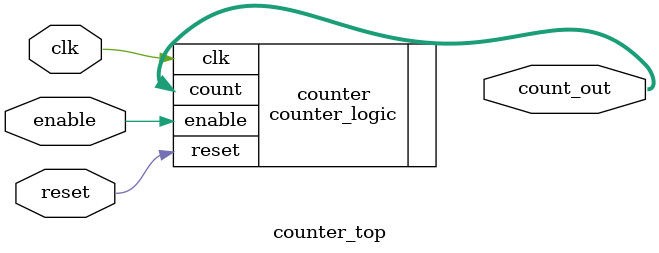
<source format=v>
module counter_top(
    input wire clk,
    input wire reset,
    input wire enable,
    output wire [7:0] count_out
);

// Instantiate the counter logic
counter_logic counter(
    .clk(clk),
    .reset(reset),
    .enable(enable),
    .count(count_out)
);

endmodule

</source>
